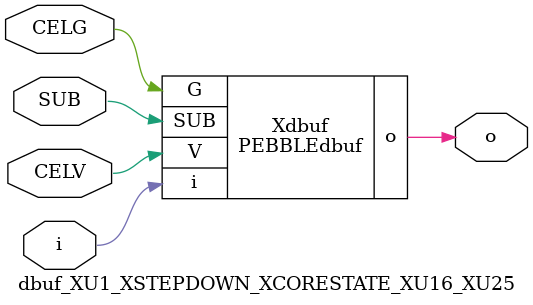
<source format=v>



module PEBBLEdbuf ( o, G, SUB, V, i );

  input V;
  input i;
  input G;
  output o;
  input SUB;
endmodule

//Celera Confidential Do Not Copy dbuf_XU1_XSTEPDOWN_XCORESTATE_XU16_XU25
//Celera Confidential Symbol Generator
//Digital Buffer
module dbuf_XU1_XSTEPDOWN_XCORESTATE_XU16_XU25 (CELV,CELG,i,o,SUB);
input CELV;
input CELG;
input i;
input SUB;
output o;

//Celera Confidential Do Not Copy dbuf
PEBBLEdbuf Xdbuf(
.V (CELV),
.i (i),
.o (o),
.SUB (SUB),
.G (CELG)
);
//,diesize,PEBBLEdbuf

//Celera Confidential Do Not Copy Module End
//Celera Schematic Generator
endmodule

</source>
